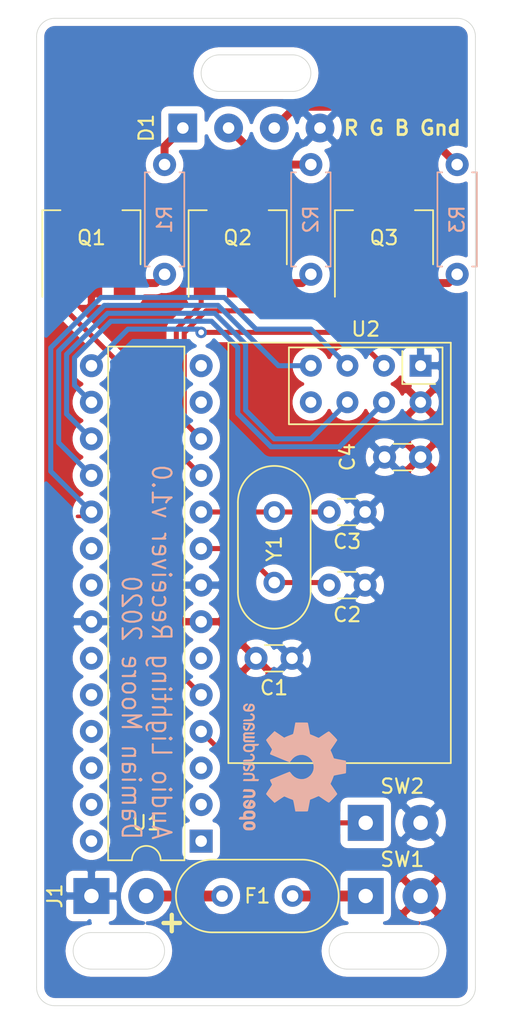
<source format=kicad_pcb>
(kicad_pcb (version 20171130) (host pcbnew 5.1.5-52549c5~84~ubuntu18.04.1)
  (layers (0 F.Cu signal) (31 B.Cu signal) (34 B.Paste user) (35 F.Paste user) (36 B.SilkS user) (37 F.SilkS user) (38 B.Mask user) (39 F.Mask user) (44 Edge.Cuts user))
  (net 0 "")
  (net 1 GND)
  (net 2 VCC)
  (net 3 "Net-(C2-Pad2)")
  (net 4 "Net-(C3-Pad2)")
  (net 5 "Net-(D1-Pad1)")
  (net 6 "Net-(D1-Pad2)")
  (net 7 "Net-(D1-Pad3)")
  (net 8 "Net-(F1-Pad1)")
  (net 9 "Net-(F1-Pad2)")
  (net 10 "Net-(Q1-Pad3)")
  (net 11 Red)
  (net 12 Green)
  (net 13 "Net-(Q2-Pad3)")
  (net 14 "Net-(Q3-Pad3)")
  (net 15 Blue)
  (net 16 "Net-(SW2-Pad1)")
  (net 17 "Net-(U1-Pad1)")
  (net 18 Radio2)
  (net 19 "Net-(U1-Pad2)")
  (net 20 Radio3)
  (net 21 "Net-(U1-Pad3)")
  (net 22 Radio4)
  (net 23 Radio5)
  (net 24 "Net-(U1-Pad6)")
  (net 25 "Net-(U1-Pad20)")
  (net 26 "Net-(U1-Pad21)")
  (net 27 "Net-(U1-Pad23)")
  (net 28 "Net-(U1-Pad24)")
  (net 29 "Net-(U1-Pad25)")
  (net 30 "Net-(U1-Pad26)")
  (net 31 "Net-(U1-Pad13)")
  (net 32 "Net-(U1-Pad27)")
  (net 33 Radio1)
  (net 34 "Net-(U1-Pad28)")
  (net 35 "Net-(U2-Pad8)")
  (net 36 "Net-(U1-Pad14)")
  (module Symbol:OSHW-Logo2_9.8x8mm_SilkScreen (layer B.Cu) (at 121.92 115.5 90)
    (fp_text reference REF** hide)
    (fp_text value OSHW-Logo2_9.8x8mm_SilkScreen hide)
  )
  (module Package_TO_SOT_SMD:SOT-223-3_TabPin2 (layer F.Cu) (at 107.95 78.74 90)
    (fp_text reference Q1 (at 0 0 180) (layer F.SilkS))
    (fp_text value BCP56)
    (pad 2 smd rect (at 3.15 0 90) (size 2 3.8) (layers F.Cu F.Paste F.Mask) (net 2 VCC))
    (pad 2 smd rect (at -3.15 0 90) (size 2 1.5) (layers F.Cu F.Paste F.Mask) (net 2 VCC))
    (pad 3 smd rect (at -3.15 2.3 90) (size 2 1.5) (layers F.Cu F.Paste F.Mask) (net 10 "Net-(Q1-Pad3)"))
    (pad 1 smd rect (at -3.15 -2.3 90) (size 2 1.5) (layers F.Cu F.Paste F.Mask) (net 11 Red))
  )
  (module Package_TO_SOT_SMD:SOT-223-3_TabPin2 (layer F.Cu) (at 118.11 78.74 90)
    (fp_text reference Q2 (at 0 0 180) (layer F.SilkS))
    (fp_text value BCP56)
    (pad 1 smd rect (at -3.15 -2.3 90) (size 2 1.5) (layers F.Cu F.Paste F.Mask) (net 12 Green))
    (pad 3 smd rect (at -3.15 2.3 90) (size 2 1.5) (layers F.Cu F.Paste F.Mask) (net 13 "Net-(Q2-Pad3)"))
    (pad 2 smd rect (at -3.15 0 90) (size 2 1.5) (layers F.Cu F.Paste F.Mask) (net 2 VCC))
    (pad 2 smd rect (at 3.15 0 90) (size 2 3.8) (layers F.Cu F.Paste F.Mask) (net 2 VCC))
  )
  (module Package_TO_SOT_SMD:SOT-223-3_TabPin2 (layer F.Cu) (at 128.27 78.74 90)
    (fp_text reference Q3 (at 0 0 180) (layer F.SilkS))
    (fp_text value BCP56)
    (pad 2 smd rect (at 3.15 0 90) (size 2 3.8) (layers F.Cu F.Paste F.Mask) (net 2 VCC))
    (pad 2 smd rect (at -3.15 0 90) (size 2 1.5) (layers F.Cu F.Paste F.Mask) (net 2 VCC))
    (pad 3 smd rect (at -3.15 2.3 90) (size 2 1.5) (layers F.Cu F.Paste F.Mask) (net 14 "Net-(Q3-Pad3)"))
    (pad 1 smd rect (at -3.15 -2.3 90) (size 2 1.5) (layers F.Cu F.Paste F.Mask) (net 15 Blue))
  )
  (module Capacitor_THT:C_Disc_D3.0mm_W1.6mm_P2.50mm (layer F.Cu) (at 121.88 107.95 180)
    (fp_text reference C1 (at 1.25 -2.05) (layer F.SilkS))
    (fp_text value C)
    (pad 1 thru_hole circle (at 0 0 180) (size 1.6 1.6) (drill 0.8) (layers *.Cu *.Mask) (net 1 GND))
    (pad 2 thru_hole circle (at 2.5 0 180) (size 1.6 1.6) (drill 0.8) (layers *.Cu *.Mask) (net 2 VCC))
  )
  (module RF_Module:nRF24L01_Breakout (layer F.Cu) (at 130.81 87.63 270)
    (fp_text reference U2 (at -2.54 3.81 180) (layer F.SilkS))
    (fp_text value NRF24L01_Breakout)
    (pad 1 thru_hole rect (at 0 0 270) (size 1.524 1.524) (drill 0.762) (layers *.Cu *.Mask) (net 1 GND))
    (pad 2 thru_hole circle (at 2.54 0 270) (size 1.524 1.524) (drill 0.762) (layers *.Cu *.Mask) (net 2 VCC))
    (pad 3 thru_hole circle (at 0 2.54 270) (size 1.524 1.524) (drill 0.762) (layers *.Cu *.Mask) (net 33 Radio1))
    (pad 4 thru_hole circle (at 2.54 2.54 270) (size 1.524 1.524) (drill 0.762) (layers *.Cu *.Mask) (net 18 Radio2))
    (pad 5 thru_hole circle (at 0 5.08 270) (size 1.524 1.524) (drill 0.762) (layers *.Cu *.Mask) (net 23 Radio5))
    (pad 6 thru_hole circle (at 2.54 5.08 270) (size 1.524 1.524) (drill 0.762) (layers *.Cu *.Mask) (net 20 Radio3))
    (pad 7 thru_hole circle (at 0 7.62 270) (size 1.524 1.524) (drill 0.762) (layers *.Cu *.Mask) (net 22 Radio4))
    (pad 8 thru_hole circle (at 2.54 7.62 270) (size 1.524 1.524) (drill 0.762) (layers *.Cu *.Mask) (net 35 "Net-(U2-Pad8)"))
  )
  (module Package_DIP:DIP-28_W7.62mm (layer F.Cu) (at 115.57 120.65 180)
    (fp_text reference U1 (at 3.81 1.27) (layer F.SilkS))
    (fp_text value ATmega328P-PU)
    (pad 1 thru_hole rect (at 0 0 180) (size 1.6 1.6) (drill 0.8) (layers *.Cu *.Mask) (net 17 "Net-(U1-Pad1)"))
    (pad 15 thru_hole oval (at 7.62 33.02 180) (size 1.6 1.6) (drill 0.8) (layers *.Cu *.Mask) (net 33 Radio1))
    (pad 2 thru_hole oval (at 0 2.54 180) (size 1.6 1.6) (drill 0.8) (layers *.Cu *.Mask) (net 19 "Net-(U1-Pad2)"))
    (pad 16 thru_hole oval (at 7.62 30.48 180) (size 1.6 1.6) (drill 0.8) (layers *.Cu *.Mask) (net 18 Radio2))
    (pad 3 thru_hole oval (at 0 5.08 180) (size 1.6 1.6) (drill 0.8) (layers *.Cu *.Mask) (net 21 "Net-(U1-Pad3)"))
    (pad 17 thru_hole oval (at 7.62 27.94 180) (size 1.6 1.6) (drill 0.8) (layers *.Cu *.Mask) (net 20 Radio3))
    (pad 4 thru_hole oval (at 0 7.62 180) (size 1.6 1.6) (drill 0.8) (layers *.Cu *.Mask) (net 16 "Net-(SW2-Pad1)"))
    (pad 18 thru_hole oval (at 7.62 25.4 180) (size 1.6 1.6) (drill 0.8) (layers *.Cu *.Mask) (net 22 Radio4))
    (pad 5 thru_hole oval (at 0 10.16 180) (size 1.6 1.6) (drill 0.8) (layers *.Cu *.Mask) (net 11 Red))
    (pad 19 thru_hole oval (at 7.62 22.86 180) (size 1.6 1.6) (drill 0.8) (layers *.Cu *.Mask) (net 23 Radio5))
    (pad 6 thru_hole oval (at 0 12.7 180) (size 1.6 1.6) (drill 0.8) (layers *.Cu *.Mask) (net 24 "Net-(U1-Pad6)"))
    (pad 20 thru_hole oval (at 7.62 20.32 180) (size 1.6 1.6) (drill 0.8) (layers *.Cu *.Mask) (net 25 "Net-(U1-Pad20)"))
    (pad 7 thru_hole oval (at 0 15.24 180) (size 1.6 1.6) (drill 0.8) (layers *.Cu *.Mask) (net 2 VCC))
    (pad 21 thru_hole oval (at 7.62 17.78 180) (size 1.6 1.6) (drill 0.8) (layers *.Cu *.Mask) (net 26 "Net-(U1-Pad21)"))
    (pad 8 thru_hole oval (at 0 17.78 180) (size 1.6 1.6) (drill 0.8) (layers *.Cu *.Mask) (net 1 GND))
    (pad 22 thru_hole oval (at 7.62 15.24 180) (size 1.6 1.6) (drill 0.8) (layers *.Cu *.Mask) (net 1 GND))
    (pad 9 thru_hole oval (at 0 20.32 180) (size 1.6 1.6) (drill 0.8) (layers *.Cu *.Mask) (net 3 "Net-(C2-Pad2)"))
    (pad 23 thru_hole oval (at 7.62 12.7 180) (size 1.6 1.6) (drill 0.8) (layers *.Cu *.Mask) (net 27 "Net-(U1-Pad23)"))
    (pad 10 thru_hole oval (at 0 22.86 180) (size 1.6 1.6) (drill 0.8) (layers *.Cu *.Mask) (net 4 "Net-(C3-Pad2)"))
    (pad 24 thru_hole oval (at 7.62 10.16 180) (size 1.6 1.6) (drill 0.8) (layers *.Cu *.Mask) (net 28 "Net-(U1-Pad24)"))
    (pad 11 thru_hole oval (at 0 25.4 180) (size 1.6 1.6) (drill 0.8) (layers *.Cu *.Mask) (net 12 Green))
    (pad 25 thru_hole oval (at 7.62 7.62 180) (size 1.6 1.6) (drill 0.8) (layers *.Cu *.Mask) (net 29 "Net-(U1-Pad25)"))
    (pad 12 thru_hole oval (at 0 27.94 180) (size 1.6 1.6) (drill 0.8) (layers *.Cu *.Mask) (net 15 Blue))
    (pad 26 thru_hole oval (at 7.62 5.08 180) (size 1.6 1.6) (drill 0.8) (layers *.Cu *.Mask) (net 30 "Net-(U1-Pad26)"))
    (pad 13 thru_hole oval (at 0 30.48 180) (size 1.6 1.6) (drill 0.8) (layers *.Cu *.Mask) (net 31 "Net-(U1-Pad13)"))
    (pad 27 thru_hole oval (at 7.62 2.54 180) (size 1.6 1.6) (drill 0.8) (layers *.Cu *.Mask) (net 32 "Net-(U1-Pad27)"))
    (pad 14 thru_hole oval (at 0 33.02 180) (size 1.6 1.6) (drill 0.8) (layers *.Cu *.Mask) (net 36 "Net-(U1-Pad14)"))
    (pad 28 thru_hole oval (at 7.62 0 180) (size 1.6 1.6) (drill 0.8) (layers *.Cu *.Mask) (net 34 "Net-(U1-Pad28)"))
  )
  (module Capacitor_THT:C_Disc_D3.0mm_W1.6mm_P2.50mm (layer F.Cu) (at 126.96 102.87 180)
    (fp_text reference C2 (at 1.25 -2.05) (layer F.SilkS))
    (fp_text value C)
    (pad 1 thru_hole circle (at 0 0 180) (size 1.6 1.6) (drill 0.8) (layers *.Cu *.Mask) (net 1 GND))
    (pad 2 thru_hole circle (at 2.5 0 180) (size 1.6 1.6) (drill 0.8) (layers *.Cu *.Mask) (net 3 "Net-(C2-Pad2)"))
  )
  (module Capacitor_THT:C_Disc_D3.0mm_W1.6mm_P2.50mm (layer F.Cu) (at 126.96 97.79 180)
    (fp_text reference C3 (at 1.25 -2.05) (layer F.SilkS))
    (fp_text value C)
    (pad 2 thru_hole circle (at 2.5 0 180) (size 1.6 1.6) (drill 0.8) (layers *.Cu *.Mask) (net 4 "Net-(C3-Pad2)"))
    (pad 1 thru_hole circle (at 0 0 180) (size 1.6 1.6) (drill 0.8) (layers *.Cu *.Mask) (net 1 GND))
  )
  (module Capacitor_THT:C_Disc_D3.0mm_W1.6mm_P2.50mm (layer F.Cu) (at 128.31 93.98)
    (fp_text reference C4 (at -2.58 0 90) (layer F.SilkS))
    (fp_text value C)
    (pad 2 thru_hole circle (at 2.5 0) (size 1.6 1.6) (drill 0.8) (layers *.Cu *.Mask) (net 2 VCC))
    (pad 1 thru_hole circle (at 0 0) (size 1.6 1.6) (drill 0.8) (layers *.Cu *.Mask) (net 1 GND))
  )
  (module Connector_Wire:SolderWirePad_1x02_P3.81mm_Drill1mm (layer F.Cu) (at 107.95 124.46)
    (fp_text reference J1 (at -2.54 0 90) (layer F.SilkS))
    (fp_text value Conn_01x02)
    (pad 1 thru_hole rect (at 0 0) (size 2.49936 2.49936) (drill 1.00076) (layers *.Cu *.Mask) (net 1 GND))
    (pad 2 thru_hole circle (at 3.81 0) (size 2.49936 2.49936) (drill 1.00076) (layers *.Cu *.Mask) (net 9 "Net-(F1-Pad2)"))
  )
  (module Connector_Wire:SolderWirePad_1x02_P3.81mm_Drill1mm (layer F.Cu) (at 127 124.46)
    (fp_text reference SW1 (at 2.54 -2.54 180) (layer F.SilkS))
    (fp_text value SW_SPST)
    (pad 1 thru_hole rect (at 0 0) (size 2.49936 2.49936) (drill 1.00076) (layers *.Cu *.Mask) (net 8 "Net-(F1-Pad1)"))
    (pad 2 thru_hole circle (at 3.81 0) (size 2.49936 2.49936) (drill 1.00076) (layers *.Cu *.Mask) (net 2 VCC))
  )
  (module Connector_Wire:SolderWirePad_1x02_P3.81mm_Drill1mm (layer F.Cu) (at 127 119.38)
    (fp_text reference SW2 (at 2.54 -2.54 180) (layer F.SilkS))
    (fp_text value SW_SPST)
    (pad 2 thru_hole circle (at 3.81 0) (size 2.49936 2.49936) (drill 1.00076) (layers *.Cu *.Mask) (net 1 GND))
    (pad 1 thru_hole rect (at 0 0) (size 2.49936 2.49936) (drill 1.00076) (layers *.Cu *.Mask) (net 16 "Net-(SW2-Pad1)"))
  )
  (module Crystal:Crystal_HC18-U_Vertical (layer F.Cu) (at 120.65 102.69 90)
    (fp_text reference Y1 (at 2.36 0 90) (layer F.SilkS))
    (fp_text value Crystal)
    (pad 1 thru_hole circle (at 0 0 90) (size 1.5 1.5) (drill 0.8) (layers *.Cu *.Mask) (net 3 "Net-(C2-Pad2)"))
    (pad 2 thru_hole circle (at 4.9 0 90) (size 1.5 1.5) (drill 0.8) (layers *.Cu *.Mask) (net 4 "Net-(C3-Pad2)"))
  )
  (module Crystal:Crystal_HC18-U_Vertical (layer F.Cu) (at 121.92 124.46 180)
    (fp_text reference F1 (at 2.45 0) (layer F.SilkS))
    (fp_text value Polyfuse)
    (pad 1 thru_hole circle (at 0 0 180) (size 1.5 1.5) (drill 0.8) (layers *.Cu *.Mask) (net 8 "Net-(F1-Pad1)"))
    (pad 2 thru_hole circle (at 4.9 0 180) (size 1.5 1.5) (drill 0.8) (layers *.Cu *.Mask) (net 9 "Net-(F1-Pad2)"))
  )
  (module Connector_Wire:SolderWirePad_1x04_P3.175mm_Drill0.8mm (layer F.Cu) (at 114.3 71.12)
    (fp_text reference D1 (at -2.54 0 90) (layer F.SilkS))
    (fp_text value LED_RGBC)
    (pad 4 thru_hole circle (at 9.525 0) (size 1.99898 1.99898) (drill 0.8001) (layers *.Cu *.Mask) (net 1 GND))
    (pad 3 thru_hole circle (at 6.35 0) (size 1.99898 1.99898) (drill 0.8001) (layers *.Cu *.Mask) (net 7 "Net-(D1-Pad3)"))
    (pad 2 thru_hole circle (at 3.175 0) (size 1.99898 1.99898) (drill 0.8001) (layers *.Cu *.Mask) (net 6 "Net-(D1-Pad2)"))
    (pad 1 thru_hole rect (at 0 0) (size 1.99898 1.99898) (drill 0.8001) (layers *.Cu *.Mask) (net 5 "Net-(D1-Pad1)"))
  )
  (module Resistor_THT:R_Axial_DIN0207_L6.3mm_D2.5mm_P7.62mm_Horizontal (layer B.Cu) (at 113.03 81.28 90)
    (fp_text reference R1 (at 3.81 0 270) (layer B.SilkS) (effects (justify mirror)))
    (fp_text value R)
    (pad 1 thru_hole circle (at 0 0 90) (size 1.6 1.6) (drill 0.8) (layers *.Cu *.Mask) (net 10 "Net-(Q1-Pad3)"))
    (pad 2 thru_hole oval (at 7.62 0 90) (size 1.6 1.6) (drill 0.8) (layers *.Cu *.Mask) (net 5 "Net-(D1-Pad1)"))
  )
  (module Resistor_THT:R_Axial_DIN0207_L6.3mm_D2.5mm_P7.62mm_Horizontal (layer B.Cu) (at 123.19 81.28 90)
    (fp_text reference R2 (at 3.81 0 270) (layer B.SilkS) (effects (justify mirror)))
    (fp_text value R)
    (pad 2 thru_hole oval (at 7.62 0 90) (size 1.6 1.6) (drill 0.8) (layers *.Cu *.Mask) (net 6 "Net-(D1-Pad2)"))
    (pad 1 thru_hole circle (at 0 0 90) (size 1.6 1.6) (drill 0.8) (layers *.Cu *.Mask) (net 13 "Net-(Q2-Pad3)"))
  )
  (module Resistor_THT:R_Axial_DIN0207_L6.3mm_D2.5mm_P7.62mm_Horizontal (layer B.Cu) (at 133.35 81.28 90)
    (fp_text reference R3 (at 3.81 0 270) (layer B.SilkS) (effects (justify mirror)))
    (fp_text value R)
    (pad 1 thru_hole circle (at 0 0 90) (size 1.6 1.6) (drill 0.8) (layers *.Cu *.Mask) (net 14 "Net-(Q3-Pad3)"))
    (pad 2 thru_hole oval (at 7.62 0 90) (size 1.6 1.6) (drill 0.8) (layers *.Cu *.Mask) (net 7 "Net-(D1-Pad3)"))
  )
  (gr_text "Audio Lighting Receiver v1.0\nDamian Moore 2020" (at 111.76 120.65 270) (layer B.SilkS) (effects (font (size 1.3 1.2)) (justify left mirror)))
  (gr_text + (at 113.53 126.23) (layer F.SilkS) (effects (font (size 1.5 1.5) (thickness 0.3))))
  (gr_text "R G B Gnd" (at 129.54 71.12) (layer F.SilkS) (effects (font (size 1 1) (thickness 0.2))))
  (gr_line (start 130.81 129.54) (end 125.73 129.54) (layer Edge.Cuts) (width 0.05))
  (gr_line (start 125.73 127) (end 130.81 127) (layer Edge.Cuts) (width 0.05))
  (gr_arc (start 130.81 128.27) (end 130.81 129.54) (angle -180) (layer Edge.Cuts) (width 0.05))
  (gr_arc (start 125.73 128.27) (end 125.73 127) (angle -180) (layer Edge.Cuts) (width 0.05))
  (gr_line (start 134.62 64.77) (end 134.62 130.81) (layer Edge.Cuts) (width 0.05))
  (gr_line (start 105.41 63.5) (end 133.35 63.5) (layer Edge.Cuts) (width 0.05))
  (gr_line (start 104.14 130.81) (end 104.14 64.77) (layer Edge.Cuts) (width 0.05))
  (gr_line (start 133.35 132.08) (end 105.41 132.08) (layer Edge.Cuts) (width 0.05))
  (gr_arc (start 105.41 130.81) (end 104.14 130.81) (angle -90) (layer Edge.Cuts) (width 0.05))
  (gr_arc (start 133.35 130.81) (end 133.35 132.08) (angle -90) (layer Edge.Cuts) (width 0.05))
  (gr_arc (start 133.35 64.77) (end 134.62 64.77) (angle -90) (layer Edge.Cuts) (width 0.05))
  (gr_arc (start 105.41 64.77) (end 105.41 63.5) (angle -90) (layer Edge.Cuts) (width 0.05))
  (gr_arc (start 116.84 67.31) (end 116.84 66.04) (angle -180) (layer Edge.Cuts) (width 0.05))
  (gr_arc (start 121.92 67.31) (end 121.92 68.58) (angle -180) (layer Edge.Cuts) (width 0.05))
  (gr_line (start 121.92 66.04) (end 116.84 66.04) (layer Edge.Cuts) (width 0.05))
  (gr_line (start 116.84 68.58) (end 121.92 68.58) (layer Edge.Cuts) (width 0.05))
  (gr_arc (start 107.95 128.27) (end 107.95 127) (angle -180) (layer Edge.Cuts) (width 0.05))
  (gr_arc (start 111.76 128.27) (end 111.76 129.54) (angle -180) (layer Edge.Cuts) (width 0.05))
  (gr_line (start 111.76 129.54) (end 107.95 129.54) (layer Edge.Cuts) (width 0.05))
  (gr_line (start 107.95 127) (end 111.76 127) (layer Edge.Cuts) (width 0.05))
  (segment (start 116.8 102.87) (end 121.88 107.95) (width 0.35) (layer F.Cu) (net 1))
  (segment (start 115.57 102.87) (end 116.8 102.87) (width 0.35) (layer F.Cu) (net 1))
  (segment (start 116.84 105.41) (end 119.38 107.95) (width 0.35) (layer F.Cu) (net 2))
  (segment (start 115.57 105.41) (end 116.84 105.41) (width 0.35) (layer F.Cu) (net 2))
  (segment (start 118.29 100.33) (end 120.65 102.69) (width 0.35) (layer F.Cu) (net 3))
  (segment (start 115.57 100.33) (end 118.29 100.33) (width 0.35) (layer F.Cu) (net 3))
  (segment (start 124.28 102.69) (end 124.46 102.87) (width 0.35) (layer F.Cu) (net 3))
  (segment (start 120.65 102.69) (end 124.28 102.69) (width 0.35) (layer F.Cu) (net 3))
  (segment (start 115.57 97.79) (end 120.65 97.79) (width 0.35) (layer F.Cu) (net 4))
  (segment (start 124.46 97.79) (end 120.65 97.79) (width 0.35) (layer F.Cu) (net 4))
  (segment (start 113.03 72.39) (end 114.3 71.12) (width 0.55) (layer F.Cu) (net 5))
  (segment (start 113.03 73.66) (end 113.03 72.39) (width 0.55) (layer F.Cu) (net 5))
  (segment (start 120.015 73.66) (end 117.475 71.12) (width 0.55) (layer F.Cu) (net 6))
  (segment (start 123.19 73.66) (end 120.015 73.66) (width 0.55) (layer F.Cu) (net 6))
  (segment (start 132.550001 72.860001) (end 133.35 73.66) (width 0.55) (layer F.Cu) (net 7))
  (segment (start 129.335509 69.645509) (end 132.550001 72.860001) (width 0.55) (layer F.Cu) (net 7))
  (segment (start 122.124491 69.645509) (end 129.335509 69.645509) (width 0.55) (layer F.Cu) (net 7))
  (segment (start 120.65 71.12) (end 122.124491 69.645509) (width 0.55) (layer F.Cu) (net 7))
  (segment (start 121.92 124.46) (end 127 124.46) (width 0.75) (layer F.Cu) (net 8))
  (segment (start 111.76 124.46) (end 117.02 124.46) (width 0.75) (layer F.Cu) (net 9))
  (segment (start 112.42 81.89) (end 113.03 81.28) (width 0.55) (layer F.Cu) (net 10))
  (segment (start 110.25 81.89) (end 112.42 81.89) (width 0.55) (layer F.Cu) (net 10))
  (segment (start 114.770001 109.690001) (end 115.57 110.49) (width 0.35) (layer F.Cu) (net 11))
  (segment (start 113.294979 108.214979) (end 114.770001 109.690001) (width 0.35) (layer F.Cu) (net 11))
  (segment (start 113.294979 90.884979) (end 113.294979 108.214979) (width 0.35) (layer F.Cu) (net 11))
  (segment (start 105.65 83.24) (end 113.294979 90.884979) (width 0.35) (layer F.Cu) (net 11))
  (segment (start 105.65 81.89) (end 105.65 83.24) (width 0.35) (layer F.Cu) (net 11))
  (segment (start 115.57 83.39016) (end 115.57 82.13) (width 0.35) (layer F.Cu) (net 12))
  (segment (start 113.844989 85.11517) (end 115.57 83.39016) (width 0.35) (layer F.Cu) (net 12))
  (segment (start 115.57 95.25) (end 113.844989 93.524989) (width 0.35) (layer F.Cu) (net 12))
  (segment (start 115.57 82.13) (end 115.81 81.89) (width 0.35) (layer F.Cu) (net 12))
  (segment (start 113.844989 93.524989) (end 113.844989 85.11517) (width 0.35) (layer F.Cu) (net 12))
  (segment (start 122.58 81.89) (end 123.19 81.28) (width 0.55) (layer F.Cu) (net 13))
  (segment (start 120.41 81.89) (end 122.58 81.89) (width 0.55) (layer F.Cu) (net 13))
  (segment (start 132.74 81.89) (end 133.35 81.28) (width 0.55) (layer F.Cu) (net 14))
  (segment (start 130.57 81.89) (end 132.74 81.89) (width 0.55) (layer F.Cu) (net 14))
  (segment (start 125.97 83.24) (end 125.97 81.89) (width 0.35) (layer F.Cu) (net 15))
  (segment (start 125.39 83.82) (end 125.97 83.24) (width 0.35) (layer F.Cu) (net 15))
  (segment (start 115.91799 83.82) (end 125.39 83.82) (width 0.35) (layer F.Cu) (net 15))
  (segment (start 114.394999 85.342991) (end 115.91799 83.82) (width 0.35) (layer F.Cu) (net 15))
  (segment (start 114.394999 91.534999) (end 114.394999 85.342991) (width 0.35) (layer F.Cu) (net 15))
  (segment (start 115.57 92.71) (end 114.394999 91.534999) (width 0.35) (layer F.Cu) (net 15))
  (segment (start 107.805001 98.095001) (end 106.985001 98.095001) (width 0.25) (layer F.Cu) (net 23))
  (segment (start 121.92 119.38) (end 115.57 113.03) (width 0.35) (layer F.Cu) (net 16))
  (segment (start 127 119.38) (end 121.92 119.38) (width 0.35) (layer F.Cu) (net 16))
  (segment (start 106.774999 88.994999) (end 107.95 90.17) (width 0.35) (layer B.Cu) (net 18))
  (segment (start 106.774999 87.065999) (end 106.774999 88.994999) (width 0.35) (layer B.Cu) (net 18))
  (segment (start 109.301007 84.53999) (end 106.774999 87.065999) (width 0.35) (layer B.Cu) (net 18))
  (segment (start 118.11 86.359999) (end 116.289991 84.53999) (width 0.35) (layer B.Cu) (net 18))
  (segment (start 116.289991 84.53999) (end 109.301007 84.53999) (width 0.35) (layer B.Cu) (net 18))
  (segment (start 127.508001 90.931999) (end 128.27 90.17) (width 0.35) (layer B.Cu) (net 18))
  (segment (start 125.17999 93.26001) (end 127.508001 90.931999) (width 0.35) (layer B.Cu) (net 18))
  (segment (start 120.422179 93.26001) (end 125.17999 93.26001) (width 0.35) (layer B.Cu) (net 18))
  (segment (start 118.11 90.947831) (end 120.422179 93.26001) (width 0.35) (layer B.Cu) (net 18))
  (segment (start 118.11 86.359999) (end 118.11 90.947831) (width 0.35) (layer B.Cu) (net 18))
  (segment (start 106.224989 90.984989) (end 106.224989 86.838178) (width 0.35) (layer B.Cu) (net 20))
  (segment (start 107.95 92.71) (end 106.224989 90.984989) (width 0.35) (layer B.Cu) (net 20))
  (segment (start 116.517813 83.989982) (end 118.66001 86.132179) (width 0.35) (layer B.Cu) (net 20))
  (segment (start 106.224989 86.838178) (end 109.073185 83.989982) (width 0.35) (layer B.Cu) (net 20))
  (segment (start 109.073185 83.989982) (end 116.517813 83.989982) (width 0.35) (layer B.Cu) (net 20))
  (segment (start 125.73 90.17) (end 123.19 92.71) (width 0.35) (layer B.Cu) (net 20))
  (segment (start 123.19 92.71) (end 120.65 92.71) (width 0.35) (layer B.Cu) (net 20))
  (segment (start 118.66001 86.132179) (end 118.66001 90.720011) (width 0.35) (layer B.Cu) (net 20))
  (segment (start 118.66001 90.720011) (end 118.660011 90.720011) (width 0.35) (layer B.Cu) (net 20))
  (segment (start 118.660011 90.720011) (end 120.65 92.71) (width 0.35) (layer B.Cu) (net 20))
  (segment (start 120.935662 87.63) (end 123.19 87.63) (width 0.35) (layer B.Cu) (net 22))
  (segment (start 116.745634 83.439972) (end 120.935662 87.63) (width 0.35) (layer B.Cu) (net 22))
  (segment (start 108.845364 83.439972) (end 116.745634 83.439972) (width 0.35) (layer B.Cu) (net 22))
  (segment (start 107.95 95.25) (end 105.674979 92.974979) (width 0.35) (layer B.Cu) (net 22))
  (segment (start 105.674979 86.610357) (end 108.845364 83.439972) (width 0.35) (layer B.Cu) (net 22))
  (segment (start 105.674979 92.974979) (end 105.674979 86.610357) (width 0.35) (layer B.Cu) (net 22))
  (segment (start 108.617543 82.889962) (end 117.179962 82.889962) (width 0.35) (layer B.Cu) (net 23))
  (segment (start 105.124969 86.382536) (end 108.617543 82.889962) (width 0.35) (layer B.Cu) (net 23))
  (segment (start 107.95 97.79) (end 105.124969 94.964969) (width 0.35) (layer B.Cu) (net 23))
  (segment (start 105.124969 94.964969) (end 105.124969 86.382536) (width 0.35) (layer B.Cu) (net 23))
  (segment (start 117.179962 82.889962) (end 119.38 85.09) (width 0.35) (layer B.Cu) (net 23))
  (segment (start 125.73 87.63) (end 123.19 85.09) (width 0.35) (layer B.Cu) (net 23))
  (segment (start 123.19 85.09) (end 119.38 85.09) (width 0.35) (layer B.Cu) (net 23))
  (segment (start 107.95 87.63) (end 110.49 85.09) (width 0.35) (layer B.Cu) (net 33))
  (via (at 115.57 85.314992) (size 0.8) (drill 0.4) (layers F.Cu B.Cu) (net 33))
  (segment (start 110.49 85.09) (end 115.345008 85.09) (width 0.35) (layer B.Cu) (net 33))
  (segment (start 115.345008 85.09) (end 115.57 85.314992) (width 0.35) (layer B.Cu) (net 33))
  (segment (start 115.57 85.314992) (end 125.505008 85.314992) (width 0.35) (layer F.Cu) (net 33))
  (segment (start 125.954992 85.314992) (end 125.505008 85.314992) (width 0.35) (layer F.Cu) (net 33))
  (segment (start 128.27 87.63) (end 125.954992 85.314992) (width 0.35) (layer F.Cu) (net 33))
  (zone (net 1) (net_name GND) (layer B.Cu) (connect_pads (clearance 0.508)) (min_thickness 0.254) (fill yes (arc_segments 32) (thermal_gap 0.508) (thermal_bridge_width 0.508))
    (polygon (pts (xy 137.16 133.35) (xy 101.6 133.35) (xy 101.6 62.23) (xy 137.16 62.23)))
  )
  (zone (net 2) (net_name VCC) (layer F.Cu) (connect_pads (clearance 0.508)) (min_thickness 0.254) (fill yes (arc_segments 32) (thermal_gap 0.508) (thermal_bridge_width 0.508))
    (polygon (pts (xy 137.16 133.35) (xy 101.6 133.35) (xy 101.6 62.23) (xy 137.16 62.23)))
  )
)
</source>
